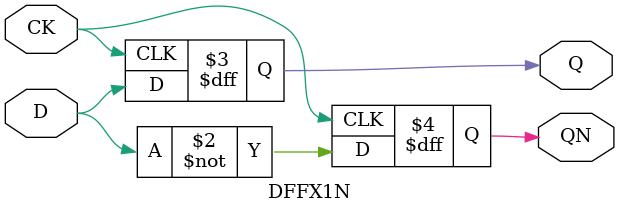
<source format=v>

`timescale 1ns/10ps

module DFFX1N ( Q, QN, CK, D );

   input     CK, D;
   output reg Q, QN;

   always @(posedge CK) begin
		Q <= D;
		QN <=~D;
   end

endmodule

</source>
